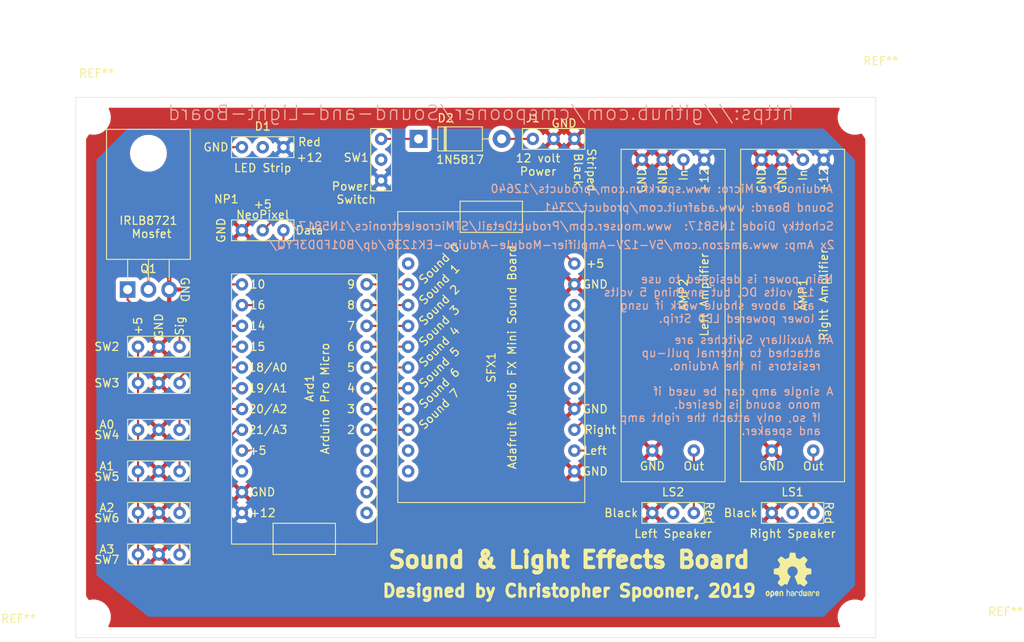
<source format=kicad_pcb>
(kicad_pcb (version 20171130) (host pcbnew "(5.1.0)-1")
  (layers (0 F.Cu signal) (31 B.Cu signal) (34 B.Paste user hide) (35 F.Paste user hide) (36 B.SilkS user) (37 F.SilkS user) (38 B.Mask user) (39 F.Mask user) (44 Edge.Cuts user))
  (net 0 "")
  (net 1 "Net-(AMP1-Pad5)")
  (net 2 GND)
  (net 3 "Net-(AMP1-Pad2)")
  (net 4 VCC)
  (net 5 "Net-(Ard1-Pad22)")
  (net 6 "Net-(Ard1-Pad14)")
  (net 7 "Net-(Ard1-Pad13)")
  (net 8 "Net-(Ard1-Pad12)")
  (net 9 "Net-(Ard1-Pad11)")
  (net 10 "Net-(Ard1-Pad10)")
  (net 11 "Net-(Ard1-Pad9)")
  (net 12 "Net-(Ard1-Pad8)")
  (net 13 "Net-(Ard1-Pad7)")
  (net 14 "Net-(Ard1-Pad6)")
  (net 15 "Net-(Ard1-Pad5)")
  (net 16 "Net-(Ard1-Pad4)")
  (net 17 "Net-(Ard1-Pad3)")
  (net 18 "Net-(Ard1-Pad2)")
  (net 19 "Net-(Ard1-Pad1)")
  (net 20 "Net-(D1-Pad1)")
  (net 21 "Net-(SFX1-Pad1)")
  (net 22 "Net-(SFX1-Pad10)")
  (net 23 "Net-(SFX1-Pad11)")
  (net 24 "Net-(SFX1-Pad16)")
  (net 25 "Net-(SFX1-Pad17)")
  (net 26 "Net-(SFX1-Pad18)")
  (net 27 "Net-(SFX1-Pad19)")
  (net 28 "Net-(SFX1-Pad20)")
  (net 29 /SW21)
  (net 30 /SW20)
  (net 31 /SW19)
  (net 32 /SW18)
  (net 33 /SW15)
  (net 34 /SW14)
  (net 35 "Net-(AMP2-Pad5)")
  (net 36 "Net-(AMP2-Pad2)")
  (net 37 "Net-(D2-Pad1)")
  (net 38 "Net-(D2-Pad2)")
  (net 39 /5v)
  (module Libraries:LED_CONNECTOR (layer F.Cu) (at 95.25 96.52)
    (fp_text reference SW7 (at -6.35 0.635) (layer F.SilkS))
    (fp_text value SW_SPDT)
    (pad 3 thru_hole circle (at 0 0) (size 1.524 1.524) (drill 0.762) (layers *.Cu *.Mask) (net 2 GND))
    (pad 2 thru_hole circle (at 2.54 0) (size 1.524 1.524) (drill 0.762) (layers *.Cu *.Mask) (net 29 /SW21))
    (pad 1 thru_hole circle (at -2.54 0) (size 1.524 1.524) (drill 0.762) (layers *.Cu *.Mask) (net 39 /5v))
  )
  (module Libraries:LED_CONNECTOR (layer F.Cu) (at 95.25 91.44)
    (fp_text reference SW6 (at -6.35 0.635) (layer F.SilkS))
    (fp_text value SW_SPDT)
    (pad 3 thru_hole circle (at 0 0) (size 1.524 1.524) (drill 0.762) (layers *.Cu *.Mask) (net 2 GND))
    (pad 2 thru_hole circle (at 2.54 0) (size 1.524 1.524) (drill 0.762) (layers *.Cu *.Mask) (net 30 /SW20))
    (pad 1 thru_hole circle (at -2.54 0) (size 1.524 1.524) (drill 0.762) (layers *.Cu *.Mask) (net 39 /5v))
  )
  (module Libraries:LED_CONNECTOR (layer F.Cu) (at 95.25 86.36)
    (fp_text reference SW5 (at -6.35 0.635) (layer F.SilkS))
    (fp_text value SW_SPDT)
    (pad 3 thru_hole circle (at 0 0) (size 1.524 1.524) (drill 0.762) (layers *.Cu *.Mask) (net 2 GND))
    (pad 2 thru_hole circle (at 2.54 0) (size 1.524 1.524) (drill 0.762) (layers *.Cu *.Mask) (net 31 /SW19))
    (pad 1 thru_hole circle (at -2.54 0) (size 1.524 1.524) (drill 0.762) (layers *.Cu *.Mask) (net 39 /5v))
  )
  (module Libraries:LED_CONNECTOR (layer F.Cu) (at 95.25 81.28)
    (fp_text reference SW4 (at -6.35 0.635) (layer F.SilkS))
    (fp_text value SW_SPDT)
    (pad 3 thru_hole circle (at 0 0) (size 1.524 1.524) (drill 0.762) (layers *.Cu *.Mask) (net 2 GND))
    (pad 2 thru_hole circle (at 2.54 0) (size 1.524 1.524) (drill 0.762) (layers *.Cu *.Mask) (net 32 /SW18))
    (pad 1 thru_hole circle (at -2.54 0) (size 1.524 1.524) (drill 0.762) (layers *.Cu *.Mask) (net 39 /5v))
  )
  (module Libraries:LED_CONNECTOR (layer F.Cu) (at 95.25 75.565)
    (fp_text reference SW3 (at -6.35 0) (layer F.SilkS))
    (fp_text value SW_SPDT)
    (pad 3 thru_hole circle (at 0 0) (size 1.524 1.524) (drill 0.762) (layers *.Cu *.Mask) (net 2 GND))
    (pad 2 thru_hole circle (at 2.54 0) (size 1.524 1.524) (drill 0.762) (layers *.Cu *.Mask) (net 33 /SW15))
    (pad 1 thru_hole circle (at -2.54 0) (size 1.524 1.524) (drill 0.762) (layers *.Cu *.Mask) (net 39 /5v))
  )
  (module Libraries:LED_CONNECTOR (layer F.Cu) (at 95.25 71.12)
    (fp_text reference SW2 (at -6.35 0) (layer F.SilkS))
    (fp_text value SW_SPDT)
    (pad 3 thru_hole circle (at 0 0) (size 1.524 1.524) (drill 0.762) (layers *.Cu *.Mask) (net 2 GND))
    (pad 2 thru_hole circle (at 2.54 0) (size 1.524 1.524) (drill 0.762) (layers *.Cu *.Mask) (net 34 /SW14))
    (pad 1 thru_hole circle (at -2.54 0) (size 1.524 1.524) (drill 0.762) (layers *.Cu *.Mask) (net 39 /5v))
  )
  (module Diode_THT:D_DO-41_SOD81_P10.16mm_Horizontal (layer F.Cu) (at 127 45.72)
    (fp_text reference D2 (at 3.302 -2.54) (layer F.SilkS))
    (fp_text value 1N5817)
    (fp_text user 1N5817 (at 5.08 2.54) (layer F.SilkS))
    (pad 2 thru_hole oval (at 10.16 0) (size 2.2 2.2) (drill 1.1) (layers *.Cu *.Mask) (net 38 "Net-(D2-Pad2)"))
    (pad 1 thru_hole rect (at 0 0) (size 2.2 2.2) (drill 1.1) (layers *.Cu *.Mask) (net 37 "Net-(D2-Pad1)"))
  )
  (module Libraries:LED_CONNECTOR (layer F.Cu) (at 107.95 46.736)
    (fp_text reference D1 (at 0 -2.54) (layer F.SilkS))
    (fp_text value LED)
    (pad 3 thru_hole circle (at 0 0) (size 1.524 1.524) (drill 0.762) (layers *.Cu *.Mask))
    (pad 2 thru_hole circle (at 2.54 0) (size 1.524 1.524) (drill 0.762) (layers *.Cu *.Mask) (net 4 VCC))
    (pad 1 thru_hole circle (at -2.54 0) (size 1.524 1.524) (drill 0.762) (layers *.Cu *.Mask) (net 20 "Net-(D1-Pad1)"))
  )
  (module Libraries:Amplifier (layer F.Cu) (at 158.115 83.82 180)
    (fp_text reference AMP2 (at -1.27 19.05 270) (layer F.SilkS))
    (fp_text value AmpilfierBoard)
    (pad 6 thru_hole circle (at 2.54 0 180) (size 1.524 1.524) (drill 0.762) (layers *.Cu *.Mask) (net 2 GND))
    (pad 5 thru_hole circle (at -2.54 0 180) (size 1.524 1.524) (drill 0.762) (layers *.Cu *.Mask) (net 35 "Net-(AMP2-Pad5)"))
    (pad 4 thru_hole circle (at 3.81 35.56 180) (size 1.524 1.524) (drill 0.762) (layers *.Cu *.Mask) (net 2 GND))
    (pad 3 thru_hole circle (at 1.27 35.56 180) (size 1.524 1.524) (drill 0.762) (layers *.Cu *.Mask) (net 2 GND))
    (pad 2 thru_hole circle (at -1.27 35.56 180) (size 1.524 1.524) (drill 0.762) (layers *.Cu *.Mask) (net 36 "Net-(AMP2-Pad2)"))
    (pad 1 thru_hole circle (at -3.81 35.56 180) (size 1.524 1.524) (drill 0.762) (layers *.Cu *.Mask) (net 4 VCC))
  )
  (module Package_TO_SOT_THT:TO-220-3_Horizontal_TabDown (layer F.Cu) (at 91.44 64.135)
    (fp_text reference Q1 (at 2.54 -2.54) (layer F.SilkS))
    (fp_text value IRLB8721PBF)
    (pad 3 thru_hole oval (at 5.08 0) (size 1.905 2) (drill 1.1) (layers *.Cu *.Mask) (net 2 GND))
    (pad 2 thru_hole oval (at 2.54 0) (size 1.905 2) (drill 1.1) (layers *.Cu *.Mask) (net 20 "Net-(D1-Pad1)"))
    (pad 1 thru_hole rect (at 0 0) (size 1.905 2) (drill 1.1) (layers *.Cu *.Mask) (net 7 "Net-(Ard1-Pad13)"))
    (pad "" np_thru_hole oval (at 2.54 -16.66) (size 3.5 3.5) (drill 3.5) (layers *.Cu *.Mask))
  )
  (module Symbol:OSHW-Logo2_7.3x6mm_SilkScreen (layer F.Cu) (at 172.72 99.06)
    (fp_text reference REF** hide)
    (fp_text value OSHW-Logo2_7.3x6mm_SilkScreen hide)
  )
  (module Libraries:AdafruitAudioFXSoundBoard (layer F.Cu) (at 135.89 60.96)
    (fp_text reference SFX1 (at 0 12.7 90) (layer F.SilkS))
    (fp_text value Adafruit_Audio_FX_SoundBoard)
    (pad 1 thru_hole circle (at -10.16 0) (size 1.524 1.524) (drill 0.762) (layers *.Cu *.Mask) (net 21 "Net-(SFX1-Pad1)"))
    (pad 2 thru_hole circle (at -10.16 2.54) (size 1.524 1.524) (drill 0.762) (layers *.Cu *.Mask) (net 8 "Net-(Ard1-Pad12)"))
    (pad 3 thru_hole circle (at -10.16 5.08) (size 1.524 1.524) (drill 0.762) (layers *.Cu *.Mask) (net 9 "Net-(Ard1-Pad11)"))
    (pad 4 thru_hole circle (at -10.16 7.62) (size 1.524 1.524) (drill 0.762) (layers *.Cu *.Mask) (net 10 "Net-(Ard1-Pad10)"))
    (pad 5 thru_hole circle (at -10.16 10.16) (size 1.524 1.524) (drill 0.762) (layers *.Cu *.Mask) (net 11 "Net-(Ard1-Pad9)"))
    (pad 6 thru_hole circle (at -10.16 12.7) (size 1.524 1.524) (drill 0.762) (layers *.Cu *.Mask) (net 12 "Net-(Ard1-Pad8)"))
    (pad 7 thru_hole circle (at -10.16 15.24) (size 1.524 1.524) (drill 0.762) (layers *.Cu *.Mask) (net 13 "Net-(Ard1-Pad7)"))
    (pad 8 thru_hole circle (at -10.16 17.78) (size 1.524 1.524) (drill 0.762) (layers *.Cu *.Mask) (net 14 "Net-(Ard1-Pad6)"))
    (pad 9 thru_hole circle (at -10.16 20.32) (size 1.524 1.524) (drill 0.762) (layers *.Cu *.Mask) (net 15 "Net-(Ard1-Pad5)"))
    (pad 10 thru_hole circle (at -10.16 22.86) (size 1.524 1.524) (drill 0.762) (layers *.Cu *.Mask) (net 22 "Net-(SFX1-Pad10)"))
    (pad 11 thru_hole circle (at -10.16 25.4) (size 1.524 1.524) (drill 0.762) (layers *.Cu *.Mask) (net 23 "Net-(SFX1-Pad11)"))
    (pad 12 thru_hole circle (at 10.16 25.4) (size 1.524 1.524) (drill 0.762) (layers *.Cu *.Mask) (net 2 GND))
    (pad 13 thru_hole circle (at 10.16 22.86) (size 1.524 1.524) (drill 0.762) (layers *.Cu *.Mask) (net 36 "Net-(AMP2-Pad2)"))
    (pad 14 thru_hole circle (at 10.16 20.32) (size 1.524 1.524) (drill 0.762) (layers *.Cu *.Mask) (net 3 "Net-(AMP1-Pad2)"))
    (pad 15 thru_hole circle (at 10.16 17.78) (size 1.524 1.524) (drill 0.762) (layers *.Cu *.Mask) (net 2 GND))
    (pad 16 thru_hole circle (at 10.16 15.24) (size 1.524 1.524) (drill 0.762) (layers *.Cu *.Mask) (net 24 "Net-(SFX1-Pad16)"))
    (pad 17 thru_hole circle (at 10.16 12.7) (size 1.524 1.524) (drill 0.762) (layers *.Cu *.Mask) (net 25 "Net-(SFX1-Pad17)"))
    (pad 18 thru_hole circle (at 10.16 10.16) (size 1.524 1.524) (drill 0.762) (layers *.Cu *.Mask) (net 26 "Net-(SFX1-Pad18)"))
    (pad 19 thru_hole circle (at 10.16 7.62) (size 1.524 1.524) (drill 0.762) (layers *.Cu *.Mask) (net 27 "Net-(SFX1-Pad19)"))
    (pad 20 thru_hole circle (at 10.16 5.08) (size 1.524 1.524) (drill 0.762) (layers *.Cu *.Mask) (net 28 "Net-(SFX1-Pad20)"))
    (pad 21 thru_hole circle (at 10.16 2.54) (size 1.524 1.524) (drill 0.762) (layers *.Cu *.Mask) (net 2 GND))
    (pad 22 thru_hole circle (at 10.16 0) (size 1.524 1.524) (drill 0.762) (layers *.Cu *.Mask) (net 39 /5v))
  )
  (module Libraries:ArduinoProMicro (layer F.Cu) (at 113.03 91.44 180)
    (fp_text reference Ard1 (at -0.635 15.24 270) (layer F.SilkS))
    (fp_text value Arduino_Pro_Micro)
    (pad 24 thru_hole circle (at 7.62 0 180) (size 1.524 1.524) (drill 0.762) (layers *.Cu *.Mask) (net 4 VCC))
    (pad 23 thru_hole circle (at 7.62 2.54 180) (size 1.524 1.524) (drill 0.762) (layers *.Cu *.Mask) (net 2 GND))
    (pad 22 thru_hole circle (at 7.62 5.08 180) (size 1.524 1.524) (drill 0.762) (layers *.Cu *.Mask) (net 5 "Net-(Ard1-Pad22)"))
    (pad 21 thru_hole circle (at 7.62 7.62 180) (size 1.524 1.524) (drill 0.762) (layers *.Cu *.Mask) (net 39 /5v))
    (pad 20 thru_hole circle (at 7.62 10.16 180) (size 1.524 1.524) (drill 0.762) (layers *.Cu *.Mask) (net 29 /SW21))
    (pad 19 thru_hole circle (at 7.62 12.7 180) (size 1.524 1.524) (drill 0.762) (layers *.Cu *.Mask) (net 30 /SW20))
    (pad 18 thru_hole circle (at 7.62 15.24 180) (size 1.524 1.524) (drill 0.762) (layers *.Cu *.Mask) (net 31 /SW19))
    (pad 17 thru_hole circle (at 7.62 17.78 180) (size 1.524 1.524) (drill 0.762) (layers *.Cu *.Mask) (net 32 /SW18))
    (pad 16 thru_hole circle (at 7.62 20.32 180) (size 1.524 1.524) (drill 0.762) (layers *.Cu *.Mask) (net 33 /SW15))
    (pad 15 thru_hole circle (at 7.62 22.86 180) (size 1.524 1.524) (drill 0.762) (layers *.Cu *.Mask) (net 34 /SW14))
    (pad 14 thru_hole circle (at 7.62 25.4 180) (size 1.524 1.524) (drill 0.762) (layers *.Cu *.Mask) (net 6 "Net-(Ard1-Pad14)"))
    (pad 13 thru_hole circle (at 7.62 27.94 180) (size 1.524 1.524) (drill 0.762) (layers *.Cu *.Mask) (net 7 "Net-(Ard1-Pad13)"))
    (pad 12 thru_hole circle (at -7.62 27.94 180) (size 1.524 1.524) (drill 0.762) (layers *.Cu *.Mask) (net 8 "Net-(Ard1-Pad12)"))
    (pad 11 thru_hole circle (at -7.62 25.4 180) (size 1.524 1.524) (drill 0.762) (layers *.Cu *.Mask) (net 9 "Net-(Ard1-Pad11)"))
    (pad 10 thru_hole circle (at -7.62 22.86 180) (size 1.524 1.524) (drill 0.762) (layers *.Cu *.Mask) (net 10 "Net-(Ard1-Pad10)"))
    (pad 9 thru_hole circle (at -7.62 20.32 180) (size 1.524 1.524) (drill 0.762) (layers *.Cu *.Mask) (net 11 "Net-(Ard1-Pad9)"))
    (pad 8 thru_hole circle (at -7.62 17.78 180) (size 1.524 1.524) (drill 0.762) (layers *.Cu *.Mask) (net 12 "Net-(Ard1-Pad8)"))
    (pad 7 thru_hole circle (at -7.62 15.24 180) (size 1.524 1.524) (drill 0.762) (layers *.Cu *.Mask) (net 13 "Net-(Ard1-Pad7)"))
    (pad 6 thru_hole circle (at -7.62 12.7 180) (size 1.524 1.524) (drill 0.762) (layers *.Cu *.Mask) (net 14 "Net-(Ard1-Pad6)"))
    (pad 5 thru_hole circle (at -7.62 10.16 180) (size 1.524 1.524) (drill 0.762) (layers *.Cu *.Mask) (net 15 "Net-(Ard1-Pad5)"))
    (pad 4 thru_hole circle (at -7.62 7.62 180) (size 1.524 1.524) (drill 0.762) (layers *.Cu *.Mask) (net 16 "Net-(Ard1-Pad4)"))
    (pad 3 thru_hole circle (at -7.62 5.08 180) (size 1.524 1.524) (drill 0.762) (layers *.Cu *.Mask) (net 17 "Net-(Ard1-Pad3)"))
    (pad 2 thru_hole circle (at -7.62 2.54 180) (size 1.524 1.524) (drill 0.762) (layers *.Cu *.Mask) (net 18 "Net-(Ard1-Pad2)"))
    (pad 1 thru_hole circle (at -7.62 0 180) (size 1.524 1.524) (drill 0.762) (layers *.Cu *.Mask) (net 19 "Net-(Ard1-Pad1)"))
  )
  (module MountingHole:MountingHole_3.2mm_M3 (layer F.Cu) (at 181.115 43.9)
    (fp_text reference REF** (at 2.4 -7.705) (layer F.SilkS))
    (fp_text value MountingHole_3.2mm_M3)
    (pad "" np_thru_hole circle (at -0.775 -0.805) (size 3.2 3.2) (drill 3.2) (layers *.Cu *.Mask))
  )
  (module Libraries:Amplifier (layer F.Cu) (at 172.72 83.82 180)
    (fp_text reference AMP1 (at -1.27 19.05 270) (layer F.SilkS))
    (fp_text value AmpilfierBoard)
    (pad 6 thru_hole circle (at 2.54 0 180) (size 1.524 1.524) (drill 0.762) (layers *.Cu *.Mask) (net 2 GND))
    (pad 5 thru_hole circle (at -2.54 0 180) (size 1.524 1.524) (drill 0.762) (layers *.Cu *.Mask) (net 1 "Net-(AMP1-Pad5)"))
    (pad 4 thru_hole circle (at 3.81 35.56 180) (size 1.524 1.524) (drill 0.762) (layers *.Cu *.Mask) (net 2 GND))
    (pad 3 thru_hole circle (at 1.27 35.56 180) (size 1.524 1.524) (drill 0.762) (layers *.Cu *.Mask) (net 2 GND))
    (pad 2 thru_hole circle (at -1.27 35.56 180) (size 1.524 1.524) (drill 0.762) (layers *.Cu *.Mask) (net 3 "Net-(AMP1-Pad2)"))
    (pad 1 thru_hole circle (at -3.81 35.56 180) (size 1.524 1.524) (drill 0.762) (layers *.Cu *.Mask) (net 4 VCC))
  )
  (module Libraries:LED_CONNECTOR (layer F.Cu) (at 158.115 91.44 180)
    (fp_text reference LS2 (at 0 2.54 180) (layer F.SilkS))
    (fp_text value Speaker)
    (pad 3 thru_hole circle (at 0 0 180) (size 1.524 1.524) (drill 0.762) (layers *.Cu *.Mask))
    (pad 2 thru_hole circle (at 2.54 0 180) (size 1.524 1.524) (drill 0.762) (layers *.Cu *.Mask) (net 2 GND))
    (pad 1 thru_hole circle (at -2.54 0 180) (size 1.524 1.524) (drill 0.762) (layers *.Cu *.Mask) (net 35 "Net-(AMP2-Pad5)"))
  )
  (module MountingHole:MountingHole_3.2mm_M3 (layer F.Cu) (at 181.61 100.33)
    (fp_text reference REF** (at 17.145 3.175) (layer F.SilkS))
    (fp_text value MountingHole_3.2mm_M3)
    (pad "" np_thru_hole circle (at -1.27 3.81) (size 3.2 3.2) (drill 3.2) (layers *.Cu *.Mask))
  )
  (module MountingHole:MountingHole_3.2mm_M3 (layer F.Cu) (at 87.99 103.74)
    (fp_text reference REF** (at -9.885 0.635) (layer F.SilkS))
    (fp_text value MountingHole_3.2mm_M3)
    (pad "" np_thru_hole circle (at -0.72 0.4) (size 3.2 3.2) (drill 3.2) (layers *.Cu *.Mask))
  )
  (module MountingHole:MountingHole_3.2mm_M3 (layer F.Cu) (at 87.63 41.91)
    (fp_text reference REF** (at 0 -4.2) (layer F.SilkS))
    (fp_text value MountingHole_3.2mm_M3)
    (pad "" np_thru_hole circle (at -0.36 1.185) (size 3.2 3.2) (drill 3.2) (layers *.Cu *.Mask))
  )
  (module Libraries:NeoPixel_CONNECTOR (layer F.Cu) (at 107.95 56.896)
    (fp_text reference NP1 (at -4.445 -3.81) (layer F.SilkS))
    (fp_text value NeoPixel_Jewel7)
    (pad 4 thru_hole circle (at 0 0) (size 1.524 1.524) (drill 0.762) (layers *.Cu *.Mask) (net 39 /5v))
    (pad 5 thru_hole circle (at 2.54 0) (size 1.524 1.524) (drill 0.762) (layers *.Cu *.Mask) (net 6 "Net-(Ard1-Pad14)"))
    (pad 3 thru_hole circle (at -2.54 0) (size 1.524 1.524) (drill 0.762) (layers *.Cu *.Mask) (net 2 GND))
  )
  (module Libraries:LED_CONNECTOR (layer F.Cu) (at 122.428 48.26 90)
    (fp_text reference SW1 (at 0.254 -3.048 180) (layer F.SilkS))
    (fp_text value SW_DIP_x01)
    (pad 3 thru_hole circle (at 0 0 90) (size 1.524 1.524) (drill 0.762) (layers *.Cu *.Mask))
    (pad 2 thru_hole circle (at 2.54 0 90) (size 1.524 1.524) (drill 0.762) (layers *.Cu *.Mask) (net 37 "Net-(D2-Pad1)"))
    (pad 1 thru_hole circle (at -2.54 0 90) (size 1.524 1.524) (drill 0.762) (layers *.Cu *.Mask) (net 4 VCC))
  )
  (module Libraries:LED_CONNECTOR (layer F.Cu) (at 143.51 45.72)
    (fp_text reference J1 (at -2.54 -2.54) (layer F.SilkS))
    (fp_text value Conn_01x03_Female)
    (pad 3 thru_hole circle (at 0 0) (size 1.524 1.524) (drill 0.762) (layers *.Cu *.Mask) (net 2 GND))
    (pad 2 thru_hole circle (at 2.54 0) (size 1.524 1.524) (drill 0.762) (layers *.Cu *.Mask) (net 2 GND))
    (pad 1 thru_hole circle (at -2.54 0) (size 1.524 1.524) (drill 0.762) (layers *.Cu *.Mask) (net 38 "Net-(D2-Pad2)"))
  )
  (module Libraries:LED_CONNECTOR (layer F.Cu) (at 172.72 91.44 180)
    (fp_text reference LS1 (at 0 2.54 180) (layer F.SilkS))
    (fp_text value Speaker)
    (pad 3 thru_hole circle (at 0 0 180) (size 1.524 1.524) (drill 0.762) (layers *.Cu *.Mask))
    (pad 2 thru_hole circle (at 2.54 0 180) (size 1.524 1.524) (drill 0.762) (layers *.Cu *.Mask) (net 2 GND))
    (pad 1 thru_hole circle (at -2.54 0 180) (size 1.524 1.524) (drill 0.762) (layers *.Cu *.Mask) (net 1 "Net-(AMP1-Pad5)"))
  )
  (gr_text Sig (at 97.79 68.58 90) (layer F.SilkS) (effects (font (size 1 1))))
  (gr_text GND (at 95.25 68.58 90) (layer F.SilkS) (effects (font (size 1 1))))
  (gr_text +5 (at 92.71 68.58 90) (layer F.SilkS) (effects (font (size 1 1))))
  (gr_text "Schottky Diode 1N5817:  www.mouser.com/ProductDetail/STMicroelectronics/1N5817/" (at 144.526 56.388) (layer B.SilkS) (effects (font (size 1 1)) (justify mirror)))
  (gr_text "A single amp can be used if \n  mono sound is desired. \n  If so, only attach the right amp\n  and speaker." (at 177.8 78.994) (layer B.SilkS) (effects (font (size 1 1)) (justify left mirror)))
  (gr_text "All Auxillary Switches are \n  attached to internal pull-up \n  resistors in the Arduino." (at 177.8 71.882) (layer B.SilkS) (effects (font (size 1 1)) (justify left mirror)))
  (gr_text "Main power is designed to use \n   12 volts DC, but anything 5 volts \n   and above should work if usng \n   lower powered LED Strip." (at 177.8 65.278) (layer B.SilkS) (effects (font (size 1 1)) (justify left mirror)))
  (gr_text "2x Amp: www.amazon.com/5V-12V-Amplifier-Module-Arduino-EK1236/dp/B01FDD3FYQ/" (at 143.256 58.674) (layer B.SilkS) (effects (font (size 1 1)) (justify mirror)))
  (gr_text "Sound Board: www.adafruit.com/product/2341" (at 160.02 54.102) (layer B.SilkS) (effects (font (size 1 1)) (justify mirror)))
  (gr_text "Arduino Pro Micro: www.sparkfun.com/products/12640" (at 156.718 51.816) (layer B.SilkS) (effects (font (size 1 1)) (justify mirror)))
  (gr_text https://github.com/cmspooner/Sound-and-Light-Board (at 134.62 42.545) (layer B.SilkS) (effects (font (size 1.75 1.75)) (justify mirror)))
  (gr_text 21/A3 (at 108.585 81.28) (layer F.SilkS) (effects (font (size 1 1))))
  (gr_text 20/A2 (at 108.585 78.74) (layer F.SilkS) (effects (font (size 1 1))))
  (gr_text 19/A1 (at 108.585 76.2) (layer F.SilkS) (effects (font (size 1 1))))
  (gr_text 18/A0 (at 108.585 73.66) (layer F.SilkS) (effects (font (size 1 1))))
  (gr_text 15 (at 107.315 71.12) (layer F.SilkS) (effects (font (size 1 1))))
  (gr_text 14 (at 107.315 68.58) (layer F.SilkS) (effects (font (size 1 1))))
  (gr_text 16 (at 107.315 66.04) (layer F.SilkS) (effects (font (size 1 1))))
  (gr_text 10 (at 107.315 63.5) (layer F.SilkS) (effects (font (size 1 1))))
  (gr_text 2 (at 118.745 81.28) (layer F.SilkS) (effects (font (size 1 1))))
  (gr_text 3 (at 118.745 78.74) (layer F.SilkS) (effects (font (size 1 1))))
  (gr_text 4 (at 118.745 76.2) (layer F.SilkS) (effects (font (size 1 1))))
  (gr_text 5 (at 118.745 73.66) (layer F.SilkS) (effects (font (size 1 1))))
  (gr_text 6 (at 118.745 71.12) (layer F.SilkS) (effects (font (size 1 1))))
  (gr_text 7 (at 118.745 68.58) (layer F.SilkS) (effects (font (size 1 1))))
  (gr_text 8 (at 118.745 66.04) (layer F.SilkS) (effects (font (size 1 1))))
  (gr_text 9 (at 118.745 63.5) (layer F.SilkS) (effects (font (size 1 1))))
  (gr_text Out (at 160.655 85.725) (layer F.SilkS) (effects (font (size 1 1))))
  (gr_text GND (at 155.575 85.725) (layer F.SilkS) (effects (font (size 1 1))))
  (gr_text "Left Speaker\n" (at 158.115 93.98) (layer F.SilkS) (effects (font (size 1 1))))
  (gr_text "Sound 7" (at 129.54 78.74 45) (layer F.SilkS) (effects (font (size 1 1))))
  (gr_text "Sound 6" (at 129.54 76.2 45) (layer F.SilkS) (effects (font (size 1 1))))
  (gr_text "Sound 5" (at 129.54 73.66 45) (layer F.SilkS) (effects (font (size 1 1))))
  (gr_text "Sound 4" (at 129.54 71.12 45) (layer F.SilkS) (effects (font (size 1 1))))
  (gr_text "Sound 3" (at 129.54 68.58 45) (layer F.SilkS) (effects (font (size 1 1))))
  (gr_text "Sound 2" (at 129.54 66.04 45) (layer F.SilkS) (effects (font (size 1 1))))
  (gr_text "Sound 1" (at 129.54 63.5 45) (layer F.SilkS) (effects (font (size 1 1))))
  (gr_text "Sound 0" (at 129.54 60.96 45) (layer F.SilkS) (effects (font (size 1 1))))
  (gr_text A0 (at 88.9 80.645) (layer F.SilkS) (effects (font (size 1 1))))
  (gr_text A1 (at 88.9 85.725) (layer F.SilkS) (effects (font (size 1 1))))
  (gr_text A2 (at 88.9 90.805) (layer F.SilkS) (effects (font (size 1 1))))
  (gr_text A3 (at 88.9 95.885) (layer F.SilkS) (effects (font (size 1 1))))
  (gr_line (start 139.7 57.15) (end 139.7 53.34) (layer F.SilkS) (width 0.12))
  (gr_line (start 132.08 57.15) (end 139.7 57.15) (layer F.SilkS) (width 0.12))
  (gr_line (start 132.08 53.34) (end 132.08 57.15) (layer F.SilkS) (width 0.12))
  (gr_line (start 132.08 53.34) (end 139.7 53.34) (layer F.SilkS) (width 0.12))
  (gr_line (start 109.22 96.52) (end 109.22 95.25) (layer F.SilkS) (width 0.12))
  (gr_line (start 116.84 96.52) (end 109.22 96.52) (layer F.SilkS) (width 0.12))
  (gr_line (start 116.84 95.25) (end 116.84 96.52) (layer F.SilkS) (width 0.12))
  (gr_line (start 116.84 92.71) (end 116.84 95.25) (layer F.SilkS) (width 0.12))
  (gr_line (start 109.22 92.71) (end 116.84 92.71) (layer F.SilkS) (width 0.12))
  (gr_line (start 109.22 95.25) (end 109.22 92.71) (layer F.SilkS) (width 0.12))
  (gr_text GND (at 156.845 50.8 90) (layer F.SilkS) (effects (font (size 1 1))))
  (gr_text +12 (at 161.925 50.8 90) (layer F.SilkS) (effects (font (size 1 1))))
  (gr_text GND (at 154.305 50.8 90) (layer F.SilkS) (effects (font (size 1 1))))
  (gr_text In (at 159.385 50.165 90) (layer F.SilkS) (effects (font (size 1 1))))
  (gr_text Black (at 166.37 91.44) (layer F.SilkS) (effects (font (size 1 1))))
  (gr_text Red (at 162.56 91.44 270) (layer F.SilkS) (effects (font (size 1 1))))
  (gr_text "Left Amplifier" (at 161.925 64.77 90) (layer F.SilkS) (effects (font (size 1 1))))
  (gr_line (start 85.09 106.68) (end 85.09 40.64) (layer Edge.Cuts) (width 0.05))
  (gr_line (start 182.88 106.68) (end 85.09 106.68) (layer Edge.Cuts) (width 0.05))
  (gr_line (start 182.88 40.64) (end 182.88 106.68) (layer Edge.Cuts) (width 0.05))
  (gr_line (start 85.09 40.64) (end 182.88 40.64) (layer Edge.Cuts) (width 0.05))
  (gr_text GND (at 148.59 86.36) (layer F.SilkS) (effects (font (size 1 1))))
  (gr_text Left (at 148.59 83.82) (layer F.SilkS) (effects (font (size 1 1))))
  (gr_text Red (at 177.165 91.44 270) (layer F.SilkS) (effects (font (size 1 1))))
  (gr_text "Designed by Christopher Spooner, 2019\n" (at 145.415 100.965) (layer F.SilkS) (effects (font (size 1.5 1.5) (thickness 0.375))))
  (gr_text "Sound & Light Effects Board" (at 145.415 97.155) (layer F.SilkS) (effects (font (size 2 2) (thickness 0.5))))
  (gr_text GND (at 144.78 43.815) (layer F.SilkS) (effects (font (size 1 1))))
  (gr_text GND (at 107.95 88.9) (layer F.SilkS) (effects (font (size 1 1))))
  (gr_text GND (at 98.425 64.135 270) (layer F.SilkS) (effects (font (size 1 1))))
  (gr_text GND (at 148.59 78.74) (layer F.SilkS) (effects (font (size 1 1))))
  (gr_text Right (at 149.225 81.28) (layer F.SilkS) (effects (font (size 1 1))))
  (gr_text In (at 173.99 50.165 90) (layer F.SilkS) (effects (font (size 1 1))))
  (gr_text GND (at 171.45 50.8 90) (layer F.SilkS) (effects (font (size 1 1))))
  (gr_text GND (at 168.91 50.8 90) (layer F.SilkS) (effects (font (size 1 1))))
  (gr_text GND (at 148.59 63.5) (layer F.SilkS) (effects (font (size 1 1))))
  (gr_text GND (at 102.235 46.736) (layer F.SilkS) (effects (font (size 1 1))))
  (gr_text +12 (at 113.665 48.006) (layer F.SilkS) (effects (font (size 1 1))))
  (gr_text +12 (at 176.53 50.8 90) (layer F.SilkS) (effects (font (size 1 1))))
  (gr_text +12 (at 107.95 91.44) (layer F.SilkS) (effects (font (size 1 1))))
  (gr_text +5 (at 148.59 60.96) (layer F.SilkS) (effects (font (size 1 1))))
  (gr_text +5 (at 107.95 53.721) (layer F.SilkS) (effects (font (size 1 1))))
  (gr_text +5 (at 107.315 83.82) (layer F.SilkS) (effects (font (size 1 1))))
  (gr_text Out (at 175.26 85.725) (layer F.SilkS) (effects (font (size 1 1))))
  (gr_text GND (at 170.18 85.725) (layer F.SilkS) (effects (font (size 1 1))))
  (gr_text "IRLB8721\n Mosfet" (at 93.98 56.515) (layer F.SilkS) (effects (font (size 1 1))))
  (gr_text Red (at 113.665 46.101) (layer F.SilkS) (effects (font (size 1 1))))
  (gr_text GND (at 102.87 56.896 90) (layer F.SilkS) (effects (font (size 1 1))))
  (gr_text Data (at 113.665 56.896) (layer F.SilkS) (effects (font (size 1 1))))
  (gr_text "LED Strip" (at 107.95 49.276) (layer F.SilkS) (effects (font (size 1 1))))
  (gr_text NeoPixel (at 107.95 54.991) (layer F.SilkS) (effects (font (size 1 1))))
  (gr_text "Power\n  Switch" (at 118.618 52.324) (layer F.SilkS) (effects (font (size 1 1))))
  (gr_text "12 volt\nPower\n" (at 141.605 48.895) (layer F.SilkS) (effects (font (size 1 1))))
  (gr_text "Right Speaker\n" (at 172.72 93.98) (layer F.SilkS) (effects (font (size 1 1))))
  (gr_text "Right Amplifier" (at 176.53 64.77 90) (layer F.SilkS) (effects (font (size 1 1))))
  (gr_text "Adafruit Audio FX Mini Sound Board" (at 138.43 72.39 90) (layer F.SilkS) (effects (font (size 1 1))))
  (gr_text "Arduino Pro Micro" (at 115.57 77.47 90) (layer F.SilkS) (effects (font (size 1 1))))
  (gr_text Black (at 151.765 91.44) (layer F.SilkS) (effects (font (size 1 1))))
  (gr_text "Striped\nBlack\n" (at 147.32 49.53 270) (layer F.SilkS) (effects (font (size 1 1))))
  (segment (start 175.26 83.82) (end 175.26 91.44) (width 0.25) (layer F.Cu) (net 1))
  (segment (start 146.05 81.28) (end 149.86 77.47) (width 0.25) (layer F.Cu) (net 3))
  (segment (start 149.86 77.47) (end 149.86 49.53) (width 0.25) (layer F.Cu) (net 3))
  (segment (start 149.86 49.53) (end 153.67 45.72) (width 0.25) (layer F.Cu) (net 3))
  (segment (start 171.45 45.72) (end 173.99 48.26) (width 0.25) (layer F.Cu) (net 3))
  (segment (start 153.67 45.72) (end 171.45 45.72) (width 0.25) (layer F.Cu) (net 3))
  (segment (start 110.49 62.738) (end 110.49 56.896) (width 0.25) (layer F.Cu) (net 6))
  (segment (start 105.41 66.04) (end 107.188 66.04) (width 0.25) (layer F.Cu) (net 6))
  (segment (start 107.188 66.04) (end 110.49 62.738) (width 0.25) (layer F.Cu) (net 6))
  (segment (start 91.44 64.8175) (end 91.44 64.77) (width 0.25) (layer F.Cu) (net 7))
  (segment (start 91.44 65.385) (end 92.71 66.655) (width 0.25) (layer F.Cu) (net 7))
  (segment (start 91.44 64.135) (end 91.44 65.385) (width 0.25) (layer F.Cu) (net 7))
  (segment (start 92.71 66.655) (end 97.81 66.655) (width 0.25) (layer F.Cu) (net 7))
  (segment (start 100.965 63.5) (end 105.41 63.5) (width 0.25) (layer F.Cu) (net 7))
  (segment (start 97.81 66.655) (end 100.965 63.5) (width 0.25) (layer F.Cu) (net 7))
  (segment (start 120.65 63.5) (end 125.73 63.5) (width 0.25) (layer F.Cu) (net 8))
  (segment (start 120.65 66.04) (end 125.73 66.04) (width 0.25) (layer F.Cu) (net 9))
  (segment (start 120.65 68.58) (end 125.73 68.58) (width 0.25) (layer F.Cu) (net 10))
  (segment (start 120.65 71.12) (end 125.73 71.12) (width 0.25) (layer F.Cu) (net 11))
  (segment (start 120.65 73.66) (end 125.73 73.66) (width 0.25) (layer F.Cu) (net 12))
  (segment (start 120.65 76.2) (end 125.73 76.2) (width 0.25) (layer F.Cu) (net 13))
  (segment (start 120.65 78.74) (end 125.73 78.74) (width 0.25) (layer F.Cu) (net 14))
  (segment (start 120.65 81.28) (end 125.73 81.28) (width 0.25) (layer F.Cu) (net 15))
  (segment (start 99.06 46.736) (end 105.41 46.736) (width 0.25) (layer F.Cu) (net 20))
  (segment (start 93.98 64.77) (end 93.98 51.816) (width 0.25) (layer F.Cu) (net 20))
  (segment (start 93.98 51.816) (end 99.06 46.736) (width 0.25) (layer F.Cu) (net 20))
  (segment (start 97.79 96.52) (end 97.79 95.25) (width 0.25) (layer F.Cu) (net 29))
  (segment (start 97.79 95.25) (end 101.6 91.44) (width 0.25) (layer F.Cu) (net 29))
  (segment (start 101.6 84.455) (end 104.775 81.28) (width 0.25) (layer F.Cu) (net 29))
  (segment (start 101.6 91.44) (end 101.6 84.455) (width 0.25) (layer F.Cu) (net 29))
  (segment (start 104.14 78.74) (end 104.775 78.74) (width 0.25) (layer F.Cu) (net 30))
  (segment (start 100.33 82.55) (end 104.14 78.74) (width 0.25) (layer F.Cu) (net 30))
  (segment (start 100.33 87.63) (end 100.33 82.55) (width 0.25) (layer F.Cu) (net 30))
  (segment (start 97.79 91.44) (end 97.79 90.17) (width 0.25) (layer F.Cu) (net 30))
  (segment (start 97.79 90.17) (end 100.33 87.63) (width 0.25) (layer F.Cu) (net 30))
  (segment (start 103.505 76.2) (end 104.775 76.2) (width 0.25) (layer F.Cu) (net 31))
  (segment (start 102.87 76.835) (end 103.505 76.2) (width 0.25) (layer F.Cu) (net 31))
  (segment (start 97.79 86.36) (end 97.79 83.82) (width 0.25) (layer F.Cu) (net 31))
  (segment (start 102.87 76.835) (end 100.965 78.74) (width 0.25) (layer F.Cu) (net 31))
  (segment (start 100.965 78.74) (end 100.965 80.01) (width 0.25) (layer F.Cu) (net 31))
  (segment (start 100.965 80.01) (end 100.965 80.645) (width 0.25) (layer F.Cu) (net 31))
  (segment (start 100.965 80.645) (end 97.79 83.82) (width 0.25) (layer F.Cu) (net 31))
  (segment (start 102.87 73.66) (end 104.775 73.66) (width 0.25) (layer F.Cu) (net 32))
  (segment (start 97.79 81.28) (end 97.79 78.74) (width 0.25) (layer F.Cu) (net 32))
  (segment (start 97.79 78.74) (end 102.87 73.66) (width 0.25) (layer F.Cu) (net 32))
  (segment (start 97.79 76.2) (end 97.79 74.93) (width 0.25) (layer F.Cu) (net 33))
  (segment (start 97.79 74.93) (end 101.6 71.12) (width 0.25) (layer F.Cu) (net 33))
  (segment (start 101.6 71.12) (end 104.775 71.12) (width 0.25) (layer F.Cu) (net 33))
  (segment (start 99.06 68.58) (end 104.775 68.58) (width 0.25) (layer F.Cu) (net 34))
  (segment (start 97.79 71.12) (end 97.79 69.85) (width 0.25) (layer F.Cu) (net 34))
  (segment (start 97.79 69.85) (end 99.06 68.58) (width 0.25) (layer F.Cu) (net 34))
  (segment (start 160.655 83.82) (end 160.655 91.44) (width 0.25) (layer F.Cu) (net 35))
  (segment (start 159.385 73.66) (end 159.385 48.26) (width 0.25) (layer F.Cu) (net 36))
  (segment (start 146.05 83.82) (end 149.225 83.82) (width 0.25) (layer F.Cu) (net 36))
  (segment (start 149.225 83.82) (end 159.385 73.66) (width 0.25) (layer F.Cu) (net 36))
  (segment (start 123.50563 45.72) (end 127 45.72) (width 0.25) (layer F.Cu) (net 37))
  (segment (start 122.428 45.72) (end 123.50563 45.72) (width 0.25) (layer F.Cu) (net 37))
  (segment (start 137.16 45.72) (end 140.97 45.72) (width 0.25) (layer F.Cu) (net 38))
  (segment (start 107.315 83.82) (end 111.577001 79.557999) (width 0.25) (layer F.Cu) (net 39))
  (segment (start 111.577001 79.557999) (end 111.577001 63.317001) (width 0.25) (layer F.Cu) (net 39))
  (segment (start 104.775 83.82) (end 107.315 83.82) (width 0.25) (layer F.Cu) (net 39))
  (segment (start 145.288001 60.198001) (end 146.05 60.96) (width 0.25) (layer F.Cu) (net 39))
  (segment (start 140.97 55.88) (end 145.288001 60.198001) (width 0.25) (layer F.Cu) (net 39))
  (segment (start 119.014002 55.88) (end 140.97 55.88) (width 0.25) (layer F.Cu) (net 39))
  (segment (start 118.943001 55.951001) (end 114.371001 55.951001) (width 0.25) (layer F.Cu) (net 39))
  (segment (start 118.943001 55.951001) (end 119.014002 55.88) (width 0.25) (layer F.Cu) (net 39))
  (segment (start 111.577001 63.317001) (end 118.943001 55.951001) (width 0.25) (layer F.Cu) (net 39))
  (segment (start 114.371001 55.951001) (end 113.792 55.372) (width 0.25) (layer F.Cu) (net 39))
  (segment (start 109.474 55.372) (end 107.95 56.896) (width 0.25) (layer F.Cu) (net 39))
  (segment (start 113.792 55.372) (end 109.474 55.372) (width 0.25) (layer F.Cu) (net 39))
  (segment (start 107.315 83.82) (end 107.315 97.79) (width 0.25) (layer F.Cu) (net 39))
  (segment (start 107.315 97.79) (end 104.775 100.33) (width 0.25) (layer F.Cu) (net 39))
  (segment (start 104.775 100.33) (end 94.615 100.33) (width 0.25) (layer F.Cu) (net 39))
  (segment (start 92.71 98.425) (end 92.71 96.52) (width 0.25) (layer F.Cu) (net 39))
  (segment (start 94.615 100.33) (end 92.71 98.425) (width 0.25) (layer F.Cu) (net 39))
  (segment (start 92.71 95.44237) (end 92.71 91.44) (width 0.25) (layer F.Cu) (net 39))
  (segment (start 92.71 96.52) (end 92.71 95.44237) (width 0.25) (layer F.Cu) (net 39))
  (segment (start 92.71 91.44) (end 92.71 86.36) (width 0.25) (layer F.Cu) (net 39))
  (segment (start 92.71 81.28) (end 92.71 75.565) (width 0.25) (layer F.Cu) (net 39))
  (segment (start 92.71 75.565) (end 92.71 71.12) (width 0.25) (layer F.Cu) (net 39))
  (segment (start 92.71 81.28) (end 92.71 86.36) (width 0.25) (layer F.Cu) (net 39))
  (zone (net 2) (net_name GND) (layer F.Cu) (connect_pads (clearance 0.508)) (min_thickness 0.254) (fill yes (arc_segments 32) (thermal_gap 0.508) (thermal_bridge_width 0.508))
    (polygon (pts (xy 86.36 45.72) (xy 88.9 41.91) (xy 179.07 41.91) (xy 181.61 45.72) (xy 181.61 101.6) (xy 179.07 105.41) (xy 88.9 105.41) (xy 86.36 101.6)))
  )
  (zone (net 4) (net_name VCC) (layer B.Cu) (connect_pads (clearance 0.508)) (min_thickness 0.254) (fill yes (arc_segments 32) (thermal_gap 0.508) (thermal_bridge_width 0.508))
    (polygon (pts (xy 87.63 48.26) (xy 91.44 44.45) (xy 176.53 44.45) (xy 180.34 48.26) (xy 180.34 100.33) (xy 176.53 104.14) (xy 93.98 104.14) (xy 87.63 99.06)))
  )
)
</source>
